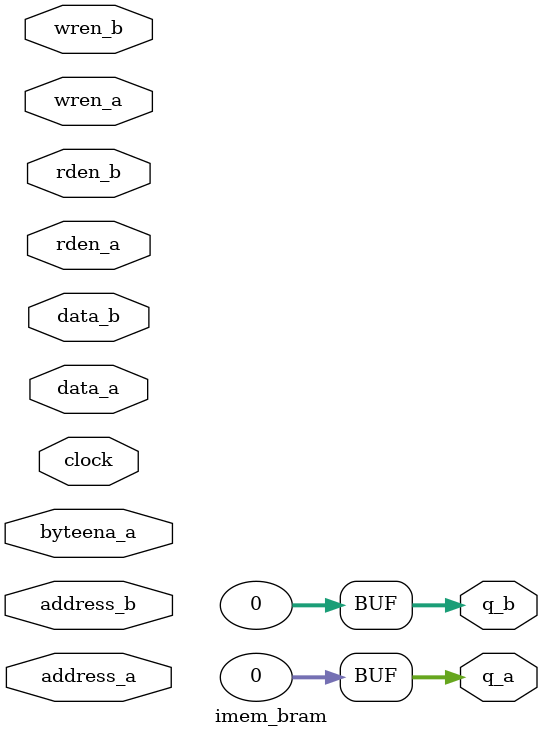
<source format=v>
module imem_bram(	// file.cleaned.mlir:2:3
  input  [14:0] address_a,	// file.cleaned.mlir:2:27
                address_b,	// file.cleaned.mlir:2:48
  input  [3:0]  byteena_a,	// file.cleaned.mlir:2:69
  input         clock,	// file.cleaned.mlir:2:89
  input  [31:0] data_a,	// file.cleaned.mlir:2:105
                data_b,	// file.cleaned.mlir:2:123
  input         rden_a,	// file.cleaned.mlir:2:141
                rden_b,	// file.cleaned.mlir:2:158
                wren_a,	// file.cleaned.mlir:2:175
                wren_b,	// file.cleaned.mlir:2:192
  output [31:0] q_a,	// file.cleaned.mlir:2:210
                q_b	// file.cleaned.mlir:2:225
);

  assign q_a = 32'h0;	// file.cleaned.mlir:3:15, :4:5
  assign q_b = 32'h0;	// file.cleaned.mlir:3:15, :4:5
endmodule


</source>
